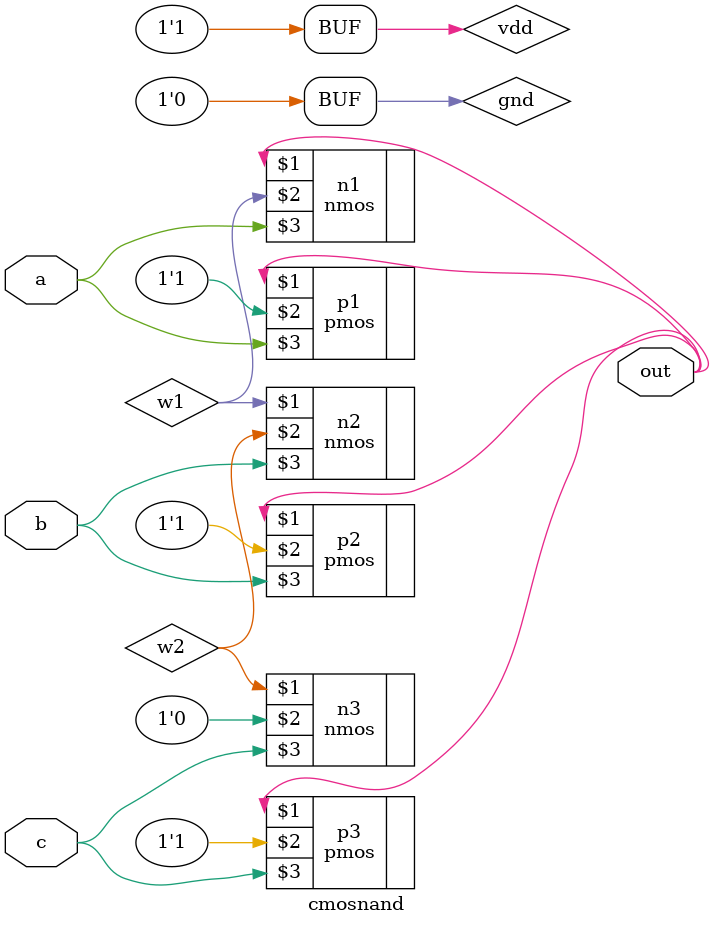
<source format=v>
module cmosnand(a,b,c,out);
input a,b,c;
output out;
supply1 vdd;
supply0 gnd;
pmos p1(out,vdd,a);
pmos p2(out,vdd,b);
pmos p3(out,vdd,c);
nmos n1(out,w1,a);
nmos n2(w1,w2,b);
nmos n3(w2,gnd,c);
endmodule

</source>
